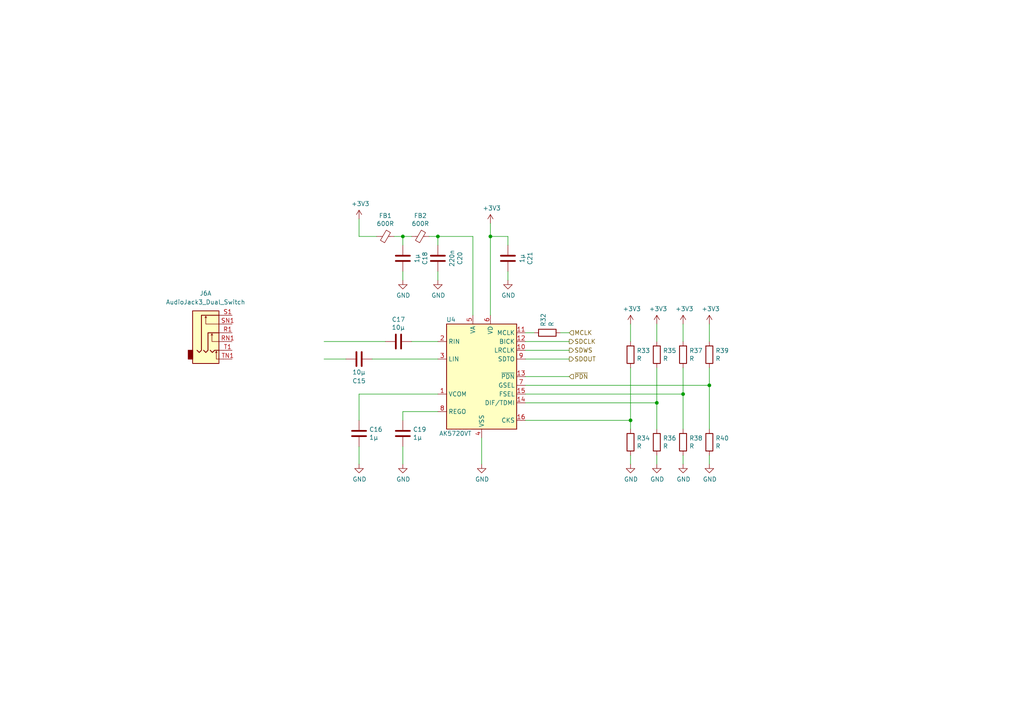
<source format=kicad_sch>
(kicad_sch (version 20211123) (generator eeschema)
  (paper "A4")
  (lib_symbols
    (symbol "Audio:AK5720VT"
      (property "Reference" "U" (at -8.89 16.51 0))
      (property "Value" "AK5720VT" (at 8.89 16.51 0))
      (symbol "AK5720VT_0_1"
        (rectangle (start -10.16 15.24) (end 10.16 -15.24) (stroke (width 0.254)) (fill (type background)))
      )
      (symbol "AK5720VT_1_1"
        (pin passive line (at -12.7 -5.08 0) (length 2.54) (name "VCOM") (number "1"))
        (pin bidirectional line (at 12.7 7.62 180) (length 2.54) (name "LRCLK") (number "10"))
        (pin input line (at 12.7 12.7 180) (length 2.54) (name "MCLK") (number "11"))
        (pin bidirectional line (at 12.7 10.16 180) (length 2.54) (name "BICK") (number "12"))
        (pin input line (at 12.7 0 180) (length 2.54) (name "~{PDN}") (number "13"))
        (pin input line (at 12.7 -7.62 180) (length 2.54) (name "DIF/TDMI") (number "14"))
        (pin input line (at 12.7 -5.08 180) (length 2.54) (name "FSEL") (number "15"))
        (pin input line (at 12.7 -12.7 180) (length 2.54) (name "CKS") (number "16"))
        (pin input line (at -12.7 10.16 0) (length 2.54) (name "RIN") (number "2"))
        (pin input line (at -12.7 5.08 0) (length 2.54) (name "LIN") (number "3"))
        (pin power_in line (at 0 -17.78 90) (length 2.54) (name "VSS") (number "4"))
        (pin power_in line (at -2.54 17.78 270) (length 2.54) (name "VA") (number "5"))
        (pin power_in line (at 2.54 17.78 270) (length 2.54) (name "VD") (number "6"))
        (pin input line (at 12.7 -2.54 180) (length 2.54) (name "GSEL") (number "7"))
        (pin passive line (at -12.7 -10.16 0) (length 2.54) (name "REGO") (number "8"))
        (pin output line (at 12.7 5.08 180) (length 2.54) (name "SDTO") (number "9"))
      )
    )
    (symbol "Connector:AudioJack3_Dual_Switch"
      (property "Reference" "J" (at 0 11.43 0))
      (property "Value" "AudioJack3_Dual_Switch" (at 0 8.89 0))
      (symbol "AudioJack3_Dual_Switch_0_1"
        (rectangle (start -6.35 -5.08) (end -7.62 -7.62) (stroke (width 0.254)) (fill (type outline)))
        (polyline (pts (xy -2.54 4.826) (xy -2.286 4.318)))
        (polyline (pts (xy -0.762 -0.254) (xy -0.508 -0.762)))
        (polyline (pts (xy 0.508 -5.334) (xy 0.762 -5.842)))
        (polyline (pts (xy 1.27 0) (xy 2.54 0)))
        (polyline (pts (xy 2.54 -5.08) (xy 1.27 -5.08)))
        (polyline (pts (xy 2.54 5.08) (xy 1.27 5.08)))
        (polyline (pts (xy -1.27 -5.08) (xy -0.635 -5.715) (xy 0 -5.08) (xy 1.27 -5.08)) (stroke (width 0.254)))
        (polyline (pts (xy 2.54 -7.62) (xy 0.508 -7.62) (xy 0.508 -5.334) (xy 0.254 -5.842)))
        (polyline (pts (xy 2.54 -2.54) (xy -0.762 -2.54) (xy -0.762 -0.254) (xy -1.016 -0.762)))
        (polyline (pts (xy 2.54 2.54) (xy -2.54 2.54) (xy -2.54 4.826) (xy -2.794 4.318)))
        (polyline (pts (xy -3.175 -5.08) (xy -2.54 -5.715) (xy -1.905 -5.08) (xy -1.905 0) (xy 1.27 0)) (stroke (width 0.254)))
        (polyline (pts (xy 1.27 5.08) (xy -3.81 5.08) (xy -3.81 -5.08) (xy -4.445 -5.715) (xy -5.08 -5.08)) (stroke (width 0.254)))
        (rectangle (start 1.27 6.35) (end -6.35 -8.89) (stroke (width 0.254)) (fill (type background)))
      )
      (symbol "AudioJack3_Dual_Switch_1_1"
        (pin passive line (at 5.08 0 180) (length 2.54) (name "~") (number "R1"))
        (pin passive line (at 5.08 -2.54 180) (length 2.54) (name "~") (number "RN1"))
        (pin passive line (at 5.08 5.08 180) (length 2.54) (name "~") (number "S1"))
        (pin passive line (at 5.08 2.54 180) (length 2.54) (name "~") (number "SN1"))
        (pin passive line (at 5.08 -5.08 180) (length 2.54) (name "~") (number "T1"))
        (pin passive line (at 5.08 -7.62 180) (length 2.54) (name "~") (number "TN1"))
      )
      (symbol "AudioJack3_Dual_Switch_2_1"
        (pin passive line (at 5.08 0 180) (length 2.54) (name "~") (number "R2"))
        (pin passive line (at 5.08 -2.54 180) (length 2.54) (name "~") (number "RN2"))
        (pin passive line (at 5.08 5.08 180) (length 2.54) (name "~") (number "S2"))
        (pin passive line (at 5.08 2.54 180) (length 2.54) (name "~") (number "SN2"))
        (pin passive line (at 5.08 -5.08 180) (length 2.54) (name "~") (number "T2"))
        (pin passive line (at 5.08 -7.62 180) (length 2.54) (name "~") (number "TN2"))
      )
    )
    (symbol "Device:C" (pin_numbers hide) (pin_names (offset 0.254))
      (property "Reference" "C" (at 0.635 2.54 0))
      (property "Value" "C" (at 0.635 -2.54 0))
      (symbol "C_0_1"
        (polyline (pts (xy -2.032 -0.762) (xy 2.032 -0.762)) (stroke (width 0.508)))
        (polyline (pts (xy -2.032 0.762) (xy 2.032 0.762)) (stroke (width 0.508)))
      )
      (symbol "C_1_1"
        (pin passive line (at 0 3.81 270) (length 2.794) (name "~") (number "1"))
        (pin passive line (at 0 -3.81 90) (length 2.794) (name "~") (number "2"))
      )
    )
    (symbol "Device:R" (pin_numbers hide) (pin_names (offset 0))
      (property "Reference" "R" (at 2.032 0 90))
      (property "Value" "R" (at 0 0 90))
      (symbol "R_0_1"
        (rectangle (start -1.016 -2.54) (end 1.016 2.54) (stroke (width 0.254)))
      )
      (symbol "R_1_1"
        (pin passive line (at 0 3.81 270) (length 1.27) (name "~") (number "1"))
        (pin passive line (at 0 -3.81 90) (length 1.27) (name "~") (number "2"))
      )
    )
    (symbol "power:+3V3" (power) (pin_names (offset 0))
      (property "Value" "+3V3" (at 0 3.556 0))
      (symbol "+3V3_0_1"
        (polyline (pts (xy -0.762 1.27) (xy 0 2.54)))
        (polyline (pts (xy 0 0) (xy 0 2.54)))
        (polyline (pts (xy 0 2.54) (xy 0.762 1.27)))
      )
      (symbol "+3V3_1_1"
        (pin power_in line (at 0 0 90) (length 0) hide (name "+3V3") (number "1"))
      )
    )
    (symbol "power:GND" (power) (pin_names (offset 0))
      (property "Value" "GND" (at 0 -3.81 0))
      (symbol "GND_0_1"
        (polyline (pts (xy 0 0) (xy 0 -1.27) (xy 1.27 -1.27) (xy 0 -2.54) (xy -1.27 -1.27) (xy 0 -1.27)))
      )
      (symbol "GND_1_1"
        (pin power_in line (at 0 0 270) (length 0) hide (name "GND") (number "1"))
      )
    )
    (symbol "simpleDSP-rescue:Ferrite_Bead_Small-Device" (pin_numbers hide) (pin_names (offset 0))
      (property "Reference" "FB" (at 1.905 1.27 0))
      (property "Value" "Ferrite_Bead_Small-Device" (at 1.905 -1.27 0))
      (symbol "Ferrite_Bead_Small-Device_0_1"
        (polyline (pts (xy 0 -1.27) (xy 0 -0.7874)))
        (polyline (pts (xy 0 0.889) (xy 0 1.2954)))
        (polyline (pts (xy -1.8288 0.2794) (xy -1.1176 1.4986) (xy 1.8288 -0.2032) (xy 1.1176 -1.4224) (xy -1.8288 0.2794)))
      )
      (symbol "Ferrite_Bead_Small-Device_1_1"
        (pin passive line (at 0 2.54 270) (length 1.27) (name "~") (number "1"))
        (pin passive line (at 0 -2.54 90) (length 1.27) (name "~") (number "2"))
      )
    )
  )
  (junction (at 190.5 116.84))
  (junction (at 116.84 68.58))
  (junction (at 205.74 111.76))
  (junction (at 142.24 68.58))
  (junction (at 198.12 114.3))
  (junction (at 182.88 121.92))
  (junction (at 127 68.58))
  (wire (pts (xy 182.88 93.98) (xy 182.88 99.06)))
  (wire (pts (xy 152.4 114.3) (xy 198.12 114.3)))
  (wire (pts (xy 152.4 101.6) (xy 165.1 101.6)))
  (wire (pts (xy 100.33 104.14) (xy 93.98 104.14)))
  (wire (pts (xy 182.88 121.92) (xy 182.88 106.68)))
  (wire (pts (xy 198.12 114.3) (xy 198.12 124.46)))
  (wire (pts (xy 127 68.58) (xy 127 71.12)))
  (wire (pts (xy 104.14 68.58) (xy 109.22 68.58)))
  (wire (pts (xy 139.7 134.62) (xy 139.7 127)))
  (wire (pts (xy 147.32 78.74) (xy 147.32 81.28)))
  (wire (pts (xy 190.5 134.62) (xy 190.5 132.08)))
  (wire (pts (xy 142.24 68.58) (xy 142.24 91.44)))
  (wire (pts (xy 152.4 121.92) (xy 182.88 121.92)))
  (wire (pts (xy 198.12 114.3) (xy 198.12 106.68)))
  (wire (pts (xy 142.24 68.58) (xy 147.32 68.58)))
  (wire (pts (xy 152.4 96.52) (xy 154.94 96.52)))
  (wire (pts (xy 152.4 109.22) (xy 165.1 109.22)))
  (wire (pts (xy 190.5 106.68) (xy 190.5 116.84)))
  (wire (pts (xy 127 104.14) (xy 107.95 104.14)))
  (wire (pts (xy 104.14 63.5) (xy 104.14 68.58)))
  (wire (pts (xy 127 81.28) (xy 127 78.74)))
  (wire (pts (xy 198.12 134.62) (xy 198.12 132.08)))
  (wire (pts (xy 114.3 68.58) (xy 116.84 68.58)))
  (wire (pts (xy 124.46 68.58) (xy 127 68.58)))
  (wire (pts (xy 116.84 68.58) (xy 119.38 68.58)))
  (wire (pts (xy 127 68.58) (xy 137.16 68.58)))
  (wire (pts (xy 116.84 119.38) (xy 116.84 121.92)))
  (wire (pts (xy 116.84 68.58) (xy 116.84 71.12)))
  (wire (pts (xy 162.56 96.52) (xy 165.1 96.52)))
  (wire (pts (xy 152.4 111.76) (xy 205.74 111.76)))
  (wire (pts (xy 205.74 111.76) (xy 205.74 106.68)))
  (wire (pts (xy 137.16 68.58) (xy 137.16 91.44)))
  (wire (pts (xy 190.5 124.46) (xy 190.5 116.84)))
  (wire (pts (xy 198.12 93.98) (xy 198.12 99.06)))
  (wire (pts (xy 111.76 99.06) (xy 93.98 99.06)))
  (wire (pts (xy 147.32 68.58) (xy 147.32 71.12)))
  (wire (pts (xy 152.4 104.14) (xy 165.1 104.14)))
  (wire (pts (xy 190.5 93.98) (xy 190.5 99.06)))
  (wire (pts (xy 205.74 93.98) (xy 205.74 99.06)))
  (wire (pts (xy 205.74 111.76) (xy 205.74 124.46)))
  (wire (pts (xy 142.24 68.58) (xy 142.24 64.77)))
  (wire (pts (xy 119.38 99.06) (xy 127 99.06)))
  (wire (pts (xy 182.88 134.62) (xy 182.88 132.08)))
  (wire (pts (xy 205.74 134.62) (xy 205.74 132.08)))
  (wire (pts (xy 116.84 81.28) (xy 116.84 78.74)))
  (wire (pts (xy 104.14 134.62) (xy 104.14 129.54)))
  (wire (pts (xy 127 114.3) (xy 104.14 114.3)))
  (wire (pts (xy 127 119.38) (xy 116.84 119.38)))
  (wire (pts (xy 152.4 99.06) (xy 165.1 99.06)))
  (wire (pts (xy 104.14 114.3) (xy 104.14 121.92)))
  (wire (pts (xy 116.84 134.62) (xy 116.84 129.54)))
  (wire (pts (xy 152.4 116.84) (xy 190.5 116.84)))
  (wire (pts (xy 182.88 121.92) (xy 182.88 124.46)))
  (hierarchical_label "SDWS" (shape output) (at 165.1 101.6 0))
  (hierarchical_label "SDCLK" (shape output) (at 165.1 99.06 0))
  (hierarchical_label "MCLK" (shape input) (at 165.1 96.52 0))
  (hierarchical_label "~{PDN}" (shape input) (at 165.1 109.22 0))
  (hierarchical_label "SDOUT" (shape output) (at 165.1 104.14 0))
  (symbol (lib_id "Device:R") (at 205.74 128.27 0) (unit 1)
    (property "Reference" "R40" (at 207.518 127.1016 0) (effects (justify left)))
    (property "Value" "R" (at 207.518 129.413 0) (effects (justify left)))
    (property "Footprint" "Resistor_SMD:R_0603_1608Metric" (effects hide))
  )
  (symbol (lib_id "power:GND") (at 198.12 134.62 0) (unit 1)
    (property "Reference" "#PWR068" (effects hide))
    (property "Value" "GND" (at 198.247 139.0142 0))
  )
  (symbol (lib_id "power:GND") (at 139.7 134.62 0) (unit 1)
    (property "Reference" "#PWR060" (effects hide))
    (property "Value" "GND" (at 139.827 139.0142 0))
  )
  (symbol (lib_id "Device:C") (at 104.14 104.14 270) (unit 1)
    (property "Reference" "C15" (at 104.14 110.49 90))
    (property "Value" "10µ" (at 104.14 107.95 90))
    (property "Footprint" "Capacitor_SMD:C_0603_1608Metric" (effects hide))
  )
  (symbol (lib_id "power:GND") (at 182.88 134.62 0) (unit 1)
    (property "Reference" "#PWR064" (effects hide))
    (property "Value" "GND" (at 183.007 139.0142 0))
  )
  (symbol (lib_id "power:+3V3") (at 182.88 93.98 0) (unit 1)
    (property "Reference" "#PWR063" (effects hide))
    (property "Value" "+3V3" (at 183.261 89.5858 0))
  )
  (symbol (lib_id "Device:R") (at 198.12 128.27 0) (unit 1)
    (property "Reference" "R38" (at 199.898 127.1016 0) (effects (justify left)))
    (property "Value" "R" (at 199.898 129.413 0) (effects (justify left)))
    (property "Footprint" "Resistor_SMD:R_0603_1608Metric" (effects hide))
  )
  (symbol (lib_id "power:GND") (at 147.32 81.28 0) (unit 1)
    (property "Reference" "#PWR062" (effects hide))
    (property "Value" "GND" (at 147.447 85.6742 0))
  )
  (symbol (lib_id "Device:R") (at 198.12 102.87 0) (unit 1)
    (property "Reference" "R37" (at 199.898 101.7016 0) (effects (justify left)))
    (property "Value" "R" (at 199.898 104.013 0) (effects (justify left)))
    (property "Footprint" "Resistor_SMD:R_0603_1608Metric" (effects hide))
  )
  (symbol (lib_id "simpleDSP-rescue:Ferrite_Bead_Small-Device") (at 121.92 68.58 270) (unit 1)
    (property "Reference" "FB2" (at 121.92 62.5602 90))
    (property "Value" "600R" (at 121.92 64.8716 90))
    (property "Footprint" "Inductor_SMD:L_0603_1608Metric" (effects hide))
  )
  (symbol (lib_id "Device:C") (at 116.84 74.93 180) (unit 1)
    (property "Reference" "C18" (at 123.2408 74.93 90))
    (property "Value" "1µ" (at 120.9294 74.93 90))
    (property "Footprint" "Capacitor_SMD:C_0603_1608Metric" (effects hide))
  )
  (symbol (lib_id "power:GND") (at 190.5 134.62 0) (unit 1)
    (property "Reference" "#PWR066" (effects hide))
    (property "Value" "GND" (at 190.627 139.0142 0))
  )
  (symbol (lib_id "power:GND") (at 104.14 134.62 0) (unit 1)
    (property "Reference" "#PWR056" (effects hide))
    (property "Value" "GND" (at 104.267 139.0142 0))
  )
  (symbol (lib_id "power:+3V3") (at 104.14 63.5 0) (unit 1)
    (property "Reference" "#PWR055" (effects hide))
    (property "Value" "+3V3" (at 104.521 59.1058 0))
  )
  (symbol (lib_id "power:GND") (at 205.74 134.62 0) (unit 1)
    (property "Reference" "#PWR070" (effects hide))
    (property "Value" "GND" (at 205.867 139.0142 0))
  )
  (symbol (lib_id "Device:R") (at 158.75 96.52 90) (unit 1)
    (property "Reference" "R32" (at 157.5816 94.742 0) (effects (justify left)))
    (property "Value" "R" (at 159.893 94.742 0) (effects (justify left)))
    (property "Footprint" "Resistor_SMD:R_0603_1608Metric" (effects hide))
  )
  (symbol (lib_id "power:GND") (at 127 81.28 0) (unit 1)
    (property "Reference" "#PWR059" (effects hide))
    (property "Value" "GND" (at 127.127 85.6742 0))
  )
  (symbol (lib_id "Device:C") (at 116.84 125.73 0) (unit 1)
    (property "Reference" "C19" (at 119.761 124.5616 0) (effects (justify left)))
    (property "Value" "1µ" (at 119.761 126.873 0) (effects (justify left)))
    (property "Footprint" "Capacitor_SMD:C_0603_1608Metric" (effects hide))
  )
  (symbol (lib_id "Device:C") (at 147.32 74.93 180) (unit 1)
    (property "Reference" "C21" (at 153.7208 74.93 90))
    (property "Value" "1µ" (at 151.4094 74.93 90))
    (property "Footprint" "Capacitor_SMD:C_0603_1608Metric" (effects hide))
  )
  (symbol (lib_id "simpleDSP-rescue:Ferrite_Bead_Small-Device") (at 111.76 68.58 270) (unit 1)
    (property "Reference" "FB1" (at 111.76 62.5602 90))
    (property "Value" "600R" (at 111.76 64.8716 90))
    (property "Footprint" "Inductor_SMD:L_0603_1608Metric" (effects hide))
  )
  (symbol (lib_id "power:GND") (at 116.84 81.28 0) (unit 1)
    (property "Reference" "#PWR057" (effects hide))
    (property "Value" "GND" (at 116.967 85.6742 0))
  )
  (symbol (lib_id "power:+3V3") (at 190.5 93.98 0) (unit 1)
    (property "Reference" "#PWR065" (effects hide))
    (property "Value" "+3V3" (at 190.881 89.5858 0))
  )
  (symbol (lib_id "Device:R") (at 205.74 102.87 0) (unit 1)
    (property "Reference" "R39" (at 207.518 101.7016 0) (effects (justify left)))
    (property "Value" "R" (at 207.518 104.013 0) (effects (justify left)))
    (property "Footprint" "Resistor_SMD:R_0603_1608Metric" (effects hide))
  )
  (symbol (lib_id "Audio:AK5720VT") (at 139.7 109.22 0) (unit 1)
    (property "Reference" "U4" (at 130.81 92.71 0))
    (property "Value" "AK5720VT" (at 132.08 125.73 0))
    (property "Footprint" "Package_SO:TSSOP-16_4.4x5mm_P0.65mm" (effects hide))
    (property "Datasheet" "https://www.akm.com/akm/en/file/datasheet/AK5720VT.pdf" (effects hide))
    (property "MFG" "AKM Semiconductor Inc." (effects hide))
    (property "MFG#" "AK5720VT" (effects hide))
  )
  (symbol (lib_id "Device:R") (at 182.88 102.87 0) (unit 1)
    (property "Reference" "R33" (at 184.658 101.7016 0) (effects (justify left)))
    (property "Value" "R" (at 184.658 104.013 0) (effects (justify left)))
    (property "Footprint" "Resistor_SMD:R_0603_1608Metric" (effects hide))
  )
  (symbol (lib_id "Device:R") (at 190.5 128.27 0) (unit 1)
    (property "Reference" "R36" (at 192.278 127.1016 0) (effects (justify left)))
    (property "Value" "R" (at 192.278 129.413 0) (effects (justify left)))
    (property "Footprint" "Resistor_SMD:R_0603_1608Metric" (effects hide))
  )
  (symbol (lib_id "Device:R") (at 190.5 102.87 0) (unit 1)
    (property "Reference" "R35" (at 192.278 101.7016 0) (effects (justify left)))
    (property "Value" "R" (at 192.278 104.013 0) (effects (justify left)))
    (property "Footprint" "Resistor_SMD:R_0603_1608Metric" (effects hide))
  )
  (symbol (lib_id "power:+3V3") (at 198.12 93.98 0) (unit 1)
    (property "Reference" "#PWR067" (effects hide))
    (property "Value" "+3V3" (at 198.501 89.5858 0))
  )
  (symbol (lib_id "power:+3V3") (at 205.74 93.98 0) (unit 1)
    (property "Reference" "#PWR069" (effects hide))
    (property "Value" "+3V3" (at 206.121 89.5858 0))
  )
  (symbol (lib_id "Device:C") (at 104.14 125.73 0) (unit 1)
    (property "Reference" "C16" (at 107.061 124.5616 0) (effects (justify left)))
    (property "Value" "1µ" (at 107.061 126.873 0) (effects (justify left)))
    (property "Footprint" "Capacitor_SMD:C_0603_1608Metric" (effects hide))
  )
  (symbol (lib_id "power:GND") (at 116.84 134.62 0) (unit 1)
    (property "Reference" "#PWR058" (effects hide))
    (property "Value" "GND" (at 116.967 139.0142 0))
  )
  (symbol (lib_id "Device:C") (at 115.57 99.06 270) (unit 1)
    (property "Reference" "C17" (at 115.57 92.6592 90))
    (property "Value" "10µ" (at 115.57 94.9706 90))
    (property "Footprint" "Capacitor_SMD:C_0603_1608Metric" (effects hide))
  )
  (symbol (lib_id "Connector:AudioJack3_Dual_Switch") (at 62.23 96.52 0) (unit 1)
    (property "Reference" "J6" (at 59.6265 85.09 0))
    (property "Value" "AudioJack3_Dual_Switch" (at 59.6265 87.63 0))
  )
  (symbol (lib_id "power:+3V3") (at 142.24 64.77 0) (unit 1)
    (property "Reference" "#PWR061" (effects hide))
    (property "Value" "+3V3" (at 142.621 60.3758 0))
  )
  (symbol (lib_id "Device:R") (at 182.88 128.27 0) (unit 1)
    (property "Reference" "R34" (at 184.658 127.1016 0) (effects (justify left)))
    (property "Value" "R" (at 184.658 129.413 0) (effects (justify left)))
    (property "Footprint" "Resistor_SMD:R_0603_1608Metric" (effects hide))
  )
  (symbol (lib_id "Device:C") (at 127 74.93 180) (unit 1)
    (property "Reference" "C20" (at 133.4008 74.93 90))
    (property "Value" "220n" (at 131.0894 74.93 90))
    (property "Footprint" "Capacitor_SMD:C_0603_1608Metric" (effects hide))
  )
)
</source>
